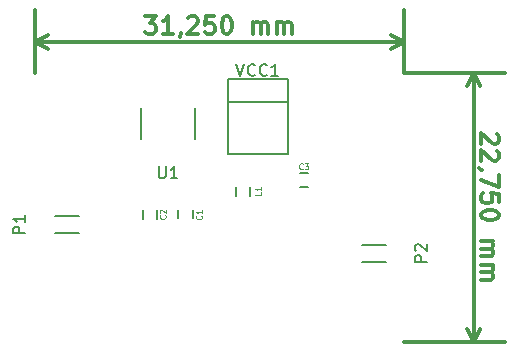
<source format=gbr>
G04 #@! TF.FileFunction,Legend,Top*
%FSLAX46Y46*%
G04 Gerber Fmt 4.6, Leading zero omitted, Abs format (unit mm)*
G04 Created by KiCad (PCBNEW 4.0.2+dfsg1-stable) date Qua 18 Mai 2016 07:52:08 BRT*
%MOMM*%
G01*
G04 APERTURE LIST*
%ADD10C,0.100000*%
%ADD11C,0.300000*%
%ADD12C,0.150000*%
%ADD13C,0.125000*%
G04 APERTURE END LIST*
D10*
D11*
X150089287Y-90198571D02*
X151017858Y-90198571D01*
X150517858Y-90770000D01*
X150732144Y-90770000D01*
X150875001Y-90841429D01*
X150946430Y-90912857D01*
X151017858Y-91055714D01*
X151017858Y-91412857D01*
X150946430Y-91555714D01*
X150875001Y-91627143D01*
X150732144Y-91698571D01*
X150303572Y-91698571D01*
X150160715Y-91627143D01*
X150089287Y-91555714D01*
X152446429Y-91698571D02*
X151589286Y-91698571D01*
X152017858Y-91698571D02*
X152017858Y-90198571D01*
X151875001Y-90412857D01*
X151732143Y-90555714D01*
X151589286Y-90627143D01*
X153160714Y-91627143D02*
X153160714Y-91698571D01*
X153089286Y-91841429D01*
X153017857Y-91912857D01*
X153732143Y-90341429D02*
X153803572Y-90270000D01*
X153946429Y-90198571D01*
X154303572Y-90198571D01*
X154446429Y-90270000D01*
X154517858Y-90341429D01*
X154589286Y-90484286D01*
X154589286Y-90627143D01*
X154517858Y-90841429D01*
X153660715Y-91698571D01*
X154589286Y-91698571D01*
X155946429Y-90198571D02*
X155232143Y-90198571D01*
X155160714Y-90912857D01*
X155232143Y-90841429D01*
X155375000Y-90770000D01*
X155732143Y-90770000D01*
X155875000Y-90841429D01*
X155946429Y-90912857D01*
X156017857Y-91055714D01*
X156017857Y-91412857D01*
X155946429Y-91555714D01*
X155875000Y-91627143D01*
X155732143Y-91698571D01*
X155375000Y-91698571D01*
X155232143Y-91627143D01*
X155160714Y-91555714D01*
X156946428Y-90198571D02*
X157089285Y-90198571D01*
X157232142Y-90270000D01*
X157303571Y-90341429D01*
X157375000Y-90484286D01*
X157446428Y-90770000D01*
X157446428Y-91127143D01*
X157375000Y-91412857D01*
X157303571Y-91555714D01*
X157232142Y-91627143D01*
X157089285Y-91698571D01*
X156946428Y-91698571D01*
X156803571Y-91627143D01*
X156732142Y-91555714D01*
X156660714Y-91412857D01*
X156589285Y-91127143D01*
X156589285Y-90770000D01*
X156660714Y-90484286D01*
X156732142Y-90341429D01*
X156803571Y-90270000D01*
X156946428Y-90198571D01*
X159232142Y-91698571D02*
X159232142Y-90698571D01*
X159232142Y-90841429D02*
X159303570Y-90770000D01*
X159446428Y-90698571D01*
X159660713Y-90698571D01*
X159803570Y-90770000D01*
X159874999Y-90912857D01*
X159874999Y-91698571D01*
X159874999Y-90912857D02*
X159946428Y-90770000D01*
X160089285Y-90698571D01*
X160303570Y-90698571D01*
X160446428Y-90770000D01*
X160517856Y-90912857D01*
X160517856Y-91698571D01*
X161232142Y-91698571D02*
X161232142Y-90698571D01*
X161232142Y-90841429D02*
X161303570Y-90770000D01*
X161446428Y-90698571D01*
X161660713Y-90698571D01*
X161803570Y-90770000D01*
X161874999Y-90912857D01*
X161874999Y-91698571D01*
X161874999Y-90912857D02*
X161946428Y-90770000D01*
X162089285Y-90698571D01*
X162303570Y-90698571D01*
X162446428Y-90770000D01*
X162517856Y-90912857D01*
X162517856Y-91698571D01*
X140750000Y-92370000D02*
X172000000Y-92370000D01*
X140750000Y-95000000D02*
X140750000Y-89670000D01*
X172000000Y-95000000D02*
X172000000Y-89670000D01*
X172000000Y-92370000D02*
X170873496Y-92956421D01*
X172000000Y-92370000D02*
X170873496Y-91783579D01*
X140750000Y-92370000D02*
X141876504Y-92956421D01*
X140750000Y-92370000D02*
X141876504Y-91783579D01*
X179928571Y-100160715D02*
X180000000Y-100232144D01*
X180071429Y-100375001D01*
X180071429Y-100732144D01*
X180000000Y-100875001D01*
X179928571Y-100946430D01*
X179785714Y-101017858D01*
X179642857Y-101017858D01*
X179428571Y-100946430D01*
X178571429Y-100089287D01*
X178571429Y-101017858D01*
X179928571Y-101589286D02*
X180000000Y-101660715D01*
X180071429Y-101803572D01*
X180071429Y-102160715D01*
X180000000Y-102303572D01*
X179928571Y-102375001D01*
X179785714Y-102446429D01*
X179642857Y-102446429D01*
X179428571Y-102375001D01*
X178571429Y-101517858D01*
X178571429Y-102446429D01*
X178642857Y-103160714D02*
X178571429Y-103160714D01*
X178428571Y-103089286D01*
X178357143Y-103017857D01*
X180071429Y-103660715D02*
X180071429Y-104660715D01*
X178571429Y-104017858D01*
X180071429Y-105946429D02*
X180071429Y-105232143D01*
X179357143Y-105160714D01*
X179428571Y-105232143D01*
X179500000Y-105375000D01*
X179500000Y-105732143D01*
X179428571Y-105875000D01*
X179357143Y-105946429D01*
X179214286Y-106017857D01*
X178857143Y-106017857D01*
X178714286Y-105946429D01*
X178642857Y-105875000D01*
X178571429Y-105732143D01*
X178571429Y-105375000D01*
X178642857Y-105232143D01*
X178714286Y-105160714D01*
X180071429Y-106946428D02*
X180071429Y-107089285D01*
X180000000Y-107232142D01*
X179928571Y-107303571D01*
X179785714Y-107375000D01*
X179500000Y-107446428D01*
X179142857Y-107446428D01*
X178857143Y-107375000D01*
X178714286Y-107303571D01*
X178642857Y-107232142D01*
X178571429Y-107089285D01*
X178571429Y-106946428D01*
X178642857Y-106803571D01*
X178714286Y-106732142D01*
X178857143Y-106660714D01*
X179142857Y-106589285D01*
X179500000Y-106589285D01*
X179785714Y-106660714D01*
X179928571Y-106732142D01*
X180000000Y-106803571D01*
X180071429Y-106946428D01*
X178571429Y-109232142D02*
X179571429Y-109232142D01*
X179428571Y-109232142D02*
X179500000Y-109303570D01*
X179571429Y-109446428D01*
X179571429Y-109660713D01*
X179500000Y-109803570D01*
X179357143Y-109874999D01*
X178571429Y-109874999D01*
X179357143Y-109874999D02*
X179500000Y-109946428D01*
X179571429Y-110089285D01*
X179571429Y-110303570D01*
X179500000Y-110446428D01*
X179357143Y-110517856D01*
X178571429Y-110517856D01*
X178571429Y-111232142D02*
X179571429Y-111232142D01*
X179428571Y-111232142D02*
X179500000Y-111303570D01*
X179571429Y-111446428D01*
X179571429Y-111660713D01*
X179500000Y-111803570D01*
X179357143Y-111874999D01*
X178571429Y-111874999D01*
X179357143Y-111874999D02*
X179500000Y-111946428D01*
X179571429Y-112089285D01*
X179571429Y-112303570D01*
X179500000Y-112446428D01*
X179357143Y-112517856D01*
X178571429Y-112517856D01*
X177900000Y-95000000D02*
X177900000Y-117750000D01*
X172000000Y-95000000D02*
X180600000Y-95000000D01*
X172000000Y-117750000D02*
X180600000Y-117750000D01*
X177900000Y-117750000D02*
X177313579Y-116623496D01*
X177900000Y-117750000D02*
X178486421Y-116623496D01*
X177900000Y-95000000D02*
X177313579Y-96126504D01*
X177900000Y-95000000D02*
X178486421Y-96126504D01*
D12*
X142480000Y-107079500D02*
X144480000Y-107079500D01*
X142480000Y-108560500D02*
X144480000Y-108560500D01*
X170484040Y-110991740D02*
X168484040Y-110991740D01*
X170484040Y-109510740D02*
X168484040Y-109510740D01*
X154319000Y-97945900D02*
X154319000Y-100545900D01*
X149719000Y-97945900D02*
X149719000Y-100545900D01*
X152917600Y-107289080D02*
X152917600Y-106589080D01*
X154117600Y-106589080D02*
X154117600Y-107289080D01*
X158970000Y-104660000D02*
X158970000Y-105360000D01*
X157770000Y-105360000D02*
X157770000Y-104660000D01*
X151110240Y-106614480D02*
X151110240Y-107314480D01*
X149910240Y-107314480D02*
X149910240Y-106614480D01*
X162180000Y-97410000D02*
X157100000Y-97410000D01*
X162180000Y-101855000D02*
X157100000Y-101855000D01*
X157100000Y-95505000D02*
X162180000Y-95505000D01*
X157100000Y-95505000D02*
X157100000Y-101855000D01*
X162180000Y-95505000D02*
X162180000Y-101855000D01*
X163190000Y-103430000D02*
X163890000Y-103430000D01*
X163890000Y-104630000D02*
X163190000Y-104630000D01*
X139932381Y-108558095D02*
X138932381Y-108558095D01*
X138932381Y-108177142D01*
X138980000Y-108081904D01*
X139027619Y-108034285D01*
X139122857Y-107986666D01*
X139265714Y-107986666D01*
X139360952Y-108034285D01*
X139408571Y-108081904D01*
X139456190Y-108177142D01*
X139456190Y-108558095D01*
X139932381Y-107034285D02*
X139932381Y-107605714D01*
X139932381Y-107320000D02*
X138932381Y-107320000D01*
X139075238Y-107415238D01*
X139170476Y-107510476D01*
X139218095Y-107605714D01*
X173936421Y-110989335D02*
X172936421Y-110989335D01*
X172936421Y-110608382D01*
X172984040Y-110513144D01*
X173031659Y-110465525D01*
X173126897Y-110417906D01*
X173269754Y-110417906D01*
X173364992Y-110465525D01*
X173412611Y-110513144D01*
X173460230Y-110608382D01*
X173460230Y-110989335D01*
X173031659Y-110036954D02*
X172984040Y-109989335D01*
X172936421Y-109894097D01*
X172936421Y-109656001D01*
X172984040Y-109560763D01*
X173031659Y-109513144D01*
X173126897Y-109465525D01*
X173222135Y-109465525D01*
X173364992Y-109513144D01*
X173936421Y-110084573D01*
X173936421Y-109465525D01*
X151257095Y-102898281D02*
X151257095Y-103707805D01*
X151304714Y-103803043D01*
X151352333Y-103850662D01*
X151447571Y-103898281D01*
X151638048Y-103898281D01*
X151733286Y-103850662D01*
X151780905Y-103803043D01*
X151828524Y-103707805D01*
X151828524Y-102898281D01*
X152828524Y-103898281D02*
X152257095Y-103898281D01*
X152542809Y-103898281D02*
X152542809Y-102898281D01*
X152447571Y-103041138D01*
X152352333Y-103136376D01*
X152257095Y-103183995D01*
D10*
X151796171Y-107022413D02*
X151819981Y-107046223D01*
X151843790Y-107117651D01*
X151843790Y-107165270D01*
X151819981Y-107236699D01*
X151772362Y-107284318D01*
X151724743Y-107308127D01*
X151629505Y-107331937D01*
X151558076Y-107331937D01*
X151462838Y-107308127D01*
X151415219Y-107284318D01*
X151367600Y-107236699D01*
X151343790Y-107165270D01*
X151343790Y-107117651D01*
X151367600Y-107046223D01*
X151391410Y-107022413D01*
X151391410Y-106831937D02*
X151367600Y-106808127D01*
X151343790Y-106760508D01*
X151343790Y-106641461D01*
X151367600Y-106593842D01*
X151391410Y-106570032D01*
X151439029Y-106546223D01*
X151486648Y-106546223D01*
X151558076Y-106570032D01*
X151843790Y-106855746D01*
X151843790Y-106546223D01*
D13*
X159926190Y-105073333D02*
X159926190Y-105311428D01*
X159426190Y-105311428D01*
X159926190Y-104644762D02*
X159926190Y-104930476D01*
X159926190Y-104787619D02*
X159426190Y-104787619D01*
X159497619Y-104835238D01*
X159545238Y-104882857D01*
X159569048Y-104930476D01*
D10*
X154848571Y-107053333D02*
X154872381Y-107077143D01*
X154896190Y-107148571D01*
X154896190Y-107196190D01*
X154872381Y-107267619D01*
X154824762Y-107315238D01*
X154777143Y-107339047D01*
X154681905Y-107362857D01*
X154610476Y-107362857D01*
X154515238Y-107339047D01*
X154467619Y-107315238D01*
X154420000Y-107267619D01*
X154396190Y-107196190D01*
X154396190Y-107148571D01*
X154420000Y-107077143D01*
X154443810Y-107053333D01*
X154896190Y-106577143D02*
X154896190Y-106862857D01*
X154896190Y-106720000D02*
X154396190Y-106720000D01*
X154467619Y-106767619D01*
X154515238Y-106815238D01*
X154539048Y-106862857D01*
D12*
X157830476Y-94232381D02*
X158163809Y-95232381D01*
X158497143Y-94232381D01*
X159401905Y-95137143D02*
X159354286Y-95184762D01*
X159211429Y-95232381D01*
X159116191Y-95232381D01*
X158973333Y-95184762D01*
X158878095Y-95089524D01*
X158830476Y-94994286D01*
X158782857Y-94803810D01*
X158782857Y-94660952D01*
X158830476Y-94470476D01*
X158878095Y-94375238D01*
X158973333Y-94280000D01*
X159116191Y-94232381D01*
X159211429Y-94232381D01*
X159354286Y-94280000D01*
X159401905Y-94327619D01*
X160401905Y-95137143D02*
X160354286Y-95184762D01*
X160211429Y-95232381D01*
X160116191Y-95232381D01*
X159973333Y-95184762D01*
X159878095Y-95089524D01*
X159830476Y-94994286D01*
X159782857Y-94803810D01*
X159782857Y-94660952D01*
X159830476Y-94470476D01*
X159878095Y-94375238D01*
X159973333Y-94280000D01*
X160116191Y-94232381D01*
X160211429Y-94232381D01*
X160354286Y-94280000D01*
X160401905Y-94327619D01*
X161354286Y-95232381D02*
X160782857Y-95232381D01*
X161068571Y-95232381D02*
X161068571Y-94232381D01*
X160973333Y-94375238D01*
X160878095Y-94470476D01*
X160782857Y-94518095D01*
D10*
X163446667Y-103088571D02*
X163422857Y-103112381D01*
X163351429Y-103136190D01*
X163303810Y-103136190D01*
X163232381Y-103112381D01*
X163184762Y-103064762D01*
X163160953Y-103017143D01*
X163137143Y-102921905D01*
X163137143Y-102850476D01*
X163160953Y-102755238D01*
X163184762Y-102707619D01*
X163232381Y-102660000D01*
X163303810Y-102636190D01*
X163351429Y-102636190D01*
X163422857Y-102660000D01*
X163446667Y-102683810D01*
X163613334Y-102636190D02*
X163922857Y-102636190D01*
X163756191Y-102826667D01*
X163827619Y-102826667D01*
X163875238Y-102850476D01*
X163899048Y-102874286D01*
X163922857Y-102921905D01*
X163922857Y-103040952D01*
X163899048Y-103088571D01*
X163875238Y-103112381D01*
X163827619Y-103136190D01*
X163684762Y-103136190D01*
X163637143Y-103112381D01*
X163613334Y-103088571D01*
M02*

</source>
